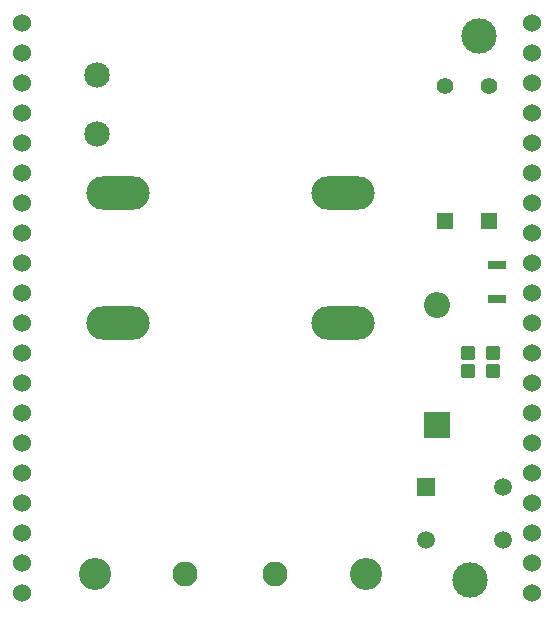
<source format=gbr>
%TF.GenerationSoftware,KiCad,Pcbnew,8.0.8*%
%TF.CreationDate,2025-03-10T21:52:54-04:00*%
%TF.ProjectId,AMS Latching Module V3.0,414d5320-4c61-4746-9368-696e67204d6f,rev?*%
%TF.SameCoordinates,Original*%
%TF.FileFunction,Soldermask,Top*%
%TF.FilePolarity,Negative*%
%FSLAX46Y46*%
G04 Gerber Fmt 4.6, Leading zero omitted, Abs format (unit mm)*
G04 Created by KiCad (PCBNEW 8.0.8) date 2025-03-10 21:52:54*
%MOMM*%
%LPD*%
G01*
G04 APERTURE LIST*
G04 Aperture macros list*
%AMRoundRect*
0 Rectangle with rounded corners*
0 $1 Rounding radius*
0 $2 $3 $4 $5 $6 $7 $8 $9 X,Y pos of 4 corners*
0 Add a 4 corners polygon primitive as box body*
4,1,4,$2,$3,$4,$5,$6,$7,$8,$9,$2,$3,0*
0 Add four circle primitives for the rounded corners*
1,1,$1+$1,$2,$3*
1,1,$1+$1,$4,$5*
1,1,$1+$1,$6,$7*
1,1,$1+$1,$8,$9*
0 Add four rect primitives between the rounded corners*
20,1,$1+$1,$2,$3,$4,$5,0*
20,1,$1+$1,$4,$5,$6,$7,0*
20,1,$1+$1,$6,$7,$8,$9,0*
20,1,$1+$1,$8,$9,$2,$3,0*%
G04 Aperture macros list end*
%ADD10RoundRect,0.102000X0.485000X-0.450000X0.485000X0.450000X-0.485000X0.450000X-0.485000X-0.450000X0*%
%ADD11C,3.000000*%
%ADD12C,1.524000*%
%ADD13R,1.498600X1.498600*%
%ADD14C,1.498600*%
%ADD15R,1.549400X0.660400*%
%ADD16O,5.350000X2.850000*%
%ADD17C,2.717800*%
%ADD18C,2.108200*%
%ADD19R,1.397000X1.397000*%
%ADD20C,1.397000*%
%ADD21C,2.154000*%
%ADD22R,2.200000X2.200000*%
%ADD23O,2.200000X2.200000*%
G04 APERTURE END LIST*
D10*
%TO.C,D1*%
X90620000Y-80270000D03*
X90620000Y-78750000D03*
%TD*%
%TO.C,D2*%
X88540000Y-80260000D03*
X88540000Y-78740000D03*
%TD*%
D11*
%TO.C,Safety Loop*%
X89500000Y-51900000D03*
%TD*%
D12*
%TO.C,J3*%
X50800000Y-99060000D03*
X50800000Y-96520000D03*
X50800000Y-93980000D03*
X50800000Y-91440000D03*
X50800000Y-88900000D03*
X50800000Y-86360000D03*
X50800000Y-83820000D03*
X50800000Y-81280000D03*
X50800000Y-78740000D03*
X50800000Y-76200000D03*
X50800000Y-73660000D03*
X50800000Y-71120000D03*
X50800000Y-68580000D03*
X50800000Y-66040000D03*
X50800000Y-63500000D03*
X50800000Y-60960000D03*
X50800000Y-58420000D03*
X50800000Y-55880000D03*
X50800000Y-53340000D03*
X50800000Y-50800000D03*
%TD*%
D13*
%TO.C,AMS RESET*%
X85019999Y-90070000D03*
D14*
X91520000Y-90070000D03*
X85019999Y-94570001D03*
X91520000Y-94570001D03*
%TD*%
D15*
%TO.C,D4*%
X91000000Y-71259400D03*
X91000000Y-74104200D03*
%TD*%
D16*
%TO.C,K1*%
X58920000Y-65159999D03*
X58920000Y-76160000D03*
D17*
X56970000Y-97460000D03*
D18*
X64620000Y-97460000D03*
X72220000Y-97460000D03*
D17*
X79870000Y-97460000D03*
D16*
X77919998Y-76160000D03*
X77919998Y-65159999D03*
%TD*%
D19*
%TO.C,R2*%
X90300000Y-67530000D03*
D20*
X90300000Y-56100000D03*
%TD*%
D21*
%TO.C,J4*%
X57130000Y-55150000D03*
X57130000Y-60150000D03*
%TD*%
D11*
%TO.C,TP1*%
X88720000Y-97970000D03*
%TD*%
D19*
%TO.C,R1*%
X86600000Y-67530000D03*
D20*
X86600000Y-56100000D03*
%TD*%
D12*
%TO.C,J2*%
X94000000Y-99060000D03*
X94000000Y-96520000D03*
X94000000Y-93980000D03*
X94000000Y-91440000D03*
X94000000Y-88900000D03*
X94000000Y-86360000D03*
X94000000Y-83820000D03*
X94000000Y-81280000D03*
X94000000Y-78740000D03*
X94000000Y-76200000D03*
X94000000Y-73660000D03*
X94000000Y-71120000D03*
X94000000Y-68580000D03*
X94000000Y-66040000D03*
X94000000Y-63500000D03*
X94000000Y-60960000D03*
X94000000Y-58420000D03*
X94000000Y-55880000D03*
X94000000Y-53340000D03*
X94000000Y-50800000D03*
%TD*%
D22*
%TO.C,D3*%
X85920000Y-84790000D03*
D23*
X85920000Y-74630000D03*
%TD*%
M02*

</source>
